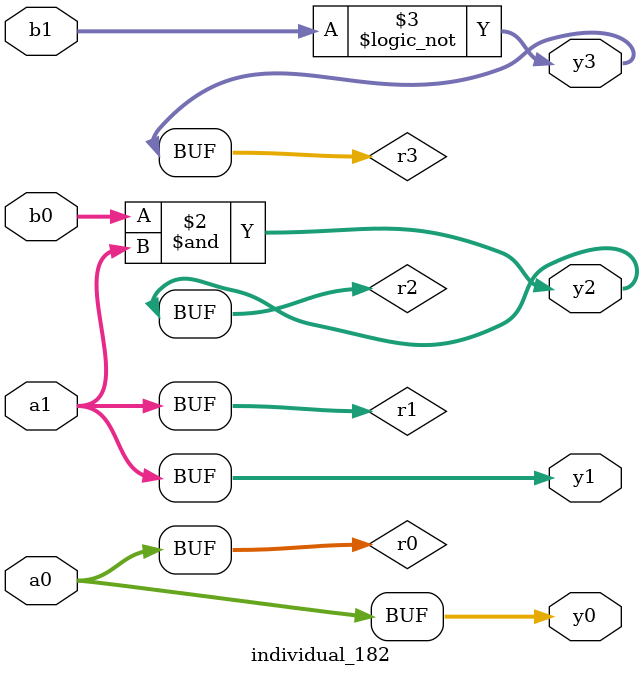
<source format=sv>
module individual_182(input logic [15:0] a1, input logic [15:0] a0, input logic [15:0] b1, input logic [15:0] b0, output logic [15:0] y3, output logic [15:0] y2, output logic [15:0] y1, output logic [15:0] y0);
logic [15:0] r0, r1, r2, r3; 
 always@(*) begin 
	 r0 = a0; r1 = a1; r2 = b0; r3 = b1; 
 	 r2  &=  a1 ;
 	 r3 = ! b1 ;
 	 y3 = r3; y2 = r2; y1 = r1; y0 = r0; 
end
endmodule
</source>
